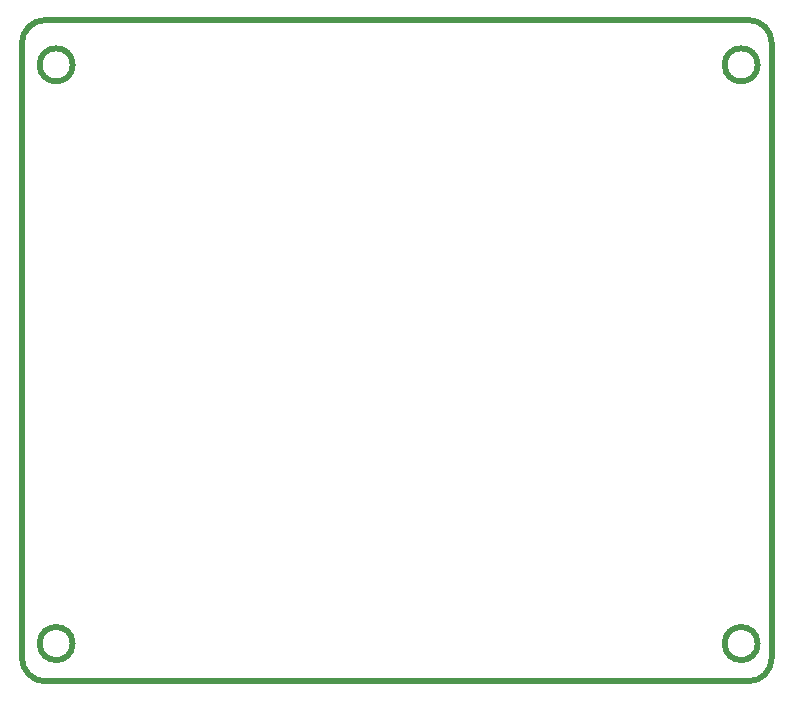
<source format=gbr>
G04 #@! TF.GenerationSoftware,KiCad,Pcbnew,5.1.6*
G04 #@! TF.CreationDate,2020-05-21T19:24:45+02:00*
G04 #@! TF.ProjectId,F010_rpi_logic_level_shifter_hat,46303130-5f72-4706-995f-6c6f6769635f,rev?*
G04 #@! TF.SameCoordinates,PXa52d280PY2b953a0*
G04 #@! TF.FileFunction,Profile,NP*
%FSLAX46Y46*%
G04 Gerber Fmt 4.6, Leading zero omitted, Abs format (unit mm)*
G04 Created by KiCad (PCBNEW 5.1.6) date 2020-05-21 19:24:45*
%MOMM*%
%LPD*%
G01*
G04 APERTURE LIST*
G04 #@! TA.AperFunction,Profile*
%ADD10C,0.500000*%
G04 #@! TD*
G04 APERTURE END LIST*
D10*
X-60900000Y1800000D02*
G75*
G02*
X-58900000Y3800000I2000000J0D01*
G01*
X-58900000Y-52200000D02*
G75*
G02*
X-60900000Y-50200000I0J2000000D01*
G01*
X2600000Y-50200000D02*
G75*
G02*
X600000Y-52200000I-2000000J0D01*
G01*
X600000Y3800000D02*
G75*
G02*
X2600000Y1800000I0J-2000000D01*
G01*
X2600000Y1800000D02*
X2600000Y-50200000D01*
X-56600000Y-49000000D02*
G75*
G03*
X-56600000Y-49000000I-1400000J0D01*
G01*
X1400000Y-49000000D02*
G75*
G03*
X1400000Y-49000000I-1400000J0D01*
G01*
X-56600000Y0D02*
G75*
G03*
X-56600000Y0I-1400000J0D01*
G01*
X1400000Y0D02*
G75*
G03*
X1400000Y0I-1400000J0D01*
G01*
X-58900000Y-52200000D02*
X600000Y-52200000D01*
X-60900000Y1800000D02*
X-60900000Y-50200000D01*
X600000Y3800000D02*
X-58900000Y3800000D01*
M02*

</source>
